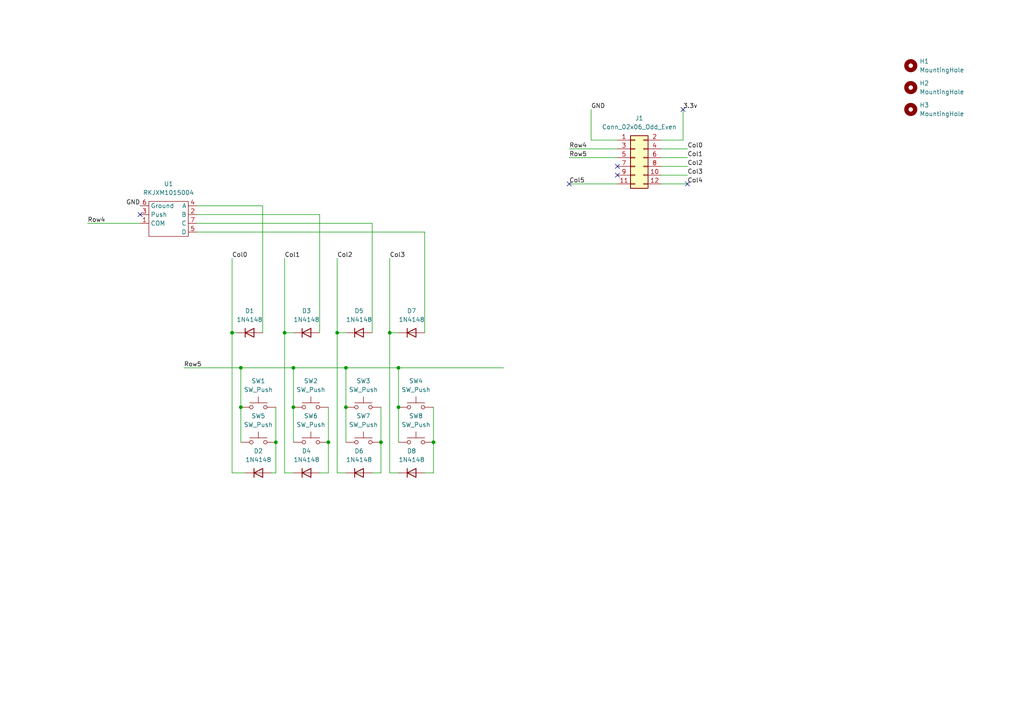
<source format=kicad_sch>
(kicad_sch (version 20211123) (generator eeschema)
  (paper "A4")
  (lib_symbols
    (symbol "1N4148_13" (pin_numbers hide) (pin_names hide)
      (property "Reference" "D" (at 0 2.54 0))
      (property "Value" "1N4148_13" (at 0 -2.54 0))
      (symbol "1N4148_13_0_1"
        (polyline (pts (xy -1.27 1.27) (xy -1.27 -1.27)) (stroke (width 0.254)))
        (polyline (pts (xy 1.27 0) (xy -1.27 0)))
        (polyline (pts (xy 1.27 1.27) (xy 1.27 -1.27) (xy -1.27 0) (xy 1.27 1.27)) (stroke (width 0.254)))
      )
      (symbol "1N4148_13_1_1"
        (pin passive line (at -3.81 0 0) (length 2.54) (name "K") (number "1"))
        (pin passive line (at 3.81 0 180) (length 2.54) (name "A") (number "2"))
      )
    )
    (symbol "1N4148_16" (pin_numbers hide) (pin_names hide)
      (property "Reference" "D" (at 0 2.54 0))
      (property "Value" "1N4148_16" (at 0 -2.54 0))
      (symbol "1N4148_16_0_1"
        (polyline (pts (xy -1.27 1.27) (xy -1.27 -1.27)) (stroke (width 0.254)))
        (polyline (pts (xy 1.27 0) (xy -1.27 0)))
        (polyline (pts (xy 1.27 1.27) (xy 1.27 -1.27) (xy -1.27 0) (xy 1.27 1.27)) (stroke (width 0.254)))
      )
      (symbol "1N4148_16_1_1"
        (pin passive line (at -3.81 0 0) (length 2.54) (name "K") (number "1"))
        (pin passive line (at 3.81 0 180) (length 2.54) (name "A") (number "2"))
      )
    )
    (symbol "1N4148_17" (pin_numbers hide) (pin_names hide)
      (property "Reference" "D" (at 0 2.54 0))
      (property "Value" "1N4148_17" (at 0 -2.54 0))
      (symbol "1N4148_17_0_1"
        (polyline (pts (xy -1.27 1.27) (xy -1.27 -1.27)) (stroke (width 0.254)))
        (polyline (pts (xy 1.27 0) (xy -1.27 0)))
        (polyline (pts (xy 1.27 1.27) (xy 1.27 -1.27) (xy -1.27 0) (xy 1.27 1.27)) (stroke (width 0.254)))
      )
      (symbol "1N4148_17_1_1"
        (pin passive line (at -3.81 0 0) (length 2.54) (name "K") (number "1"))
        (pin passive line (at 3.81 0 180) (length 2.54) (name "A") (number "2"))
      )
    )
    (symbol "1N4148_4" (pin_numbers hide) (pin_names hide)
      (property "Reference" "D" (at 0 2.54 0))
      (property "Value" "1N4148_4" (at 0 -2.54 0))
      (symbol "1N4148_4_0_1"
        (polyline (pts (xy -1.27 1.27) (xy -1.27 -1.27)) (stroke (width 0.254)))
        (polyline (pts (xy 1.27 0) (xy -1.27 0)))
        (polyline (pts (xy 1.27 1.27) (xy 1.27 -1.27) (xy -1.27 0) (xy 1.27 1.27)) (stroke (width 0.254)))
      )
      (symbol "1N4148_4_1_1"
        (pin passive line (at -3.81 0 0) (length 2.54) (name "K") (number "1"))
        (pin passive line (at 3.81 0 180) (length 2.54) (name "A") (number "2"))
      )
    )
    (symbol "1N4148_5" (pin_numbers hide) (pin_names hide)
      (property "Reference" "D" (at 0 2.54 0))
      (property "Value" "1N4148_5" (at 0 -2.54 0))
      (symbol "1N4148_5_0_1"
        (polyline (pts (xy -1.27 1.27) (xy -1.27 -1.27)) (stroke (width 0.254)))
        (polyline (pts (xy 1.27 0) (xy -1.27 0)))
        (polyline (pts (xy 1.27 1.27) (xy 1.27 -1.27) (xy -1.27 0) (xy 1.27 1.27)) (stroke (width 0.254)))
      )
      (symbol "1N4148_5_1_1"
        (pin passive line (at -3.81 0 0) (length 2.54) (name "K") (number "1"))
        (pin passive line (at 3.81 0 180) (length 2.54) (name "A") (number "2"))
      )
    )
    (symbol "Connector_Generic:Conn_02x06_Odd_Even" (pin_names (offset 1.016) hide)
      (property "Reference" "J" (at 1.27 7.62 0))
      (property "Value" "Conn_02x06_Odd_Even" (at 1.27 -10.16 0))
      (symbol "Conn_02x06_Odd_Even_1_1"
        (rectangle (start -1.27 -7.493) (end 0 -7.747) (stroke (width 0.1524)))
        (rectangle (start -1.27 -4.953) (end 0 -5.207) (stroke (width 0.1524)))
        (rectangle (start -1.27 -2.413) (end 0 -2.667) (stroke (width 0.1524)))
        (rectangle (start -1.27 0.127) (end 0 -0.127) (stroke (width 0.1524)))
        (rectangle (start -1.27 2.667) (end 0 2.413) (stroke (width 0.1524)))
        (rectangle (start -1.27 5.207) (end 0 4.953) (stroke (width 0.1524)))
        (rectangle (start -1.27 6.35) (end 3.81 -8.89) (stroke (width 0.254)) (fill (type background)))
        (rectangle (start 3.81 -7.493) (end 2.54 -7.747) (stroke (width 0.1524)))
        (rectangle (start 3.81 -4.953) (end 2.54 -5.207) (stroke (width 0.1524)))
        (rectangle (start 3.81 -2.413) (end 2.54 -2.667) (stroke (width 0.1524)))
        (rectangle (start 3.81 0.127) (end 2.54 -0.127) (stroke (width 0.1524)))
        (rectangle (start 3.81 2.667) (end 2.54 2.413) (stroke (width 0.1524)))
        (rectangle (start 3.81 5.207) (end 2.54 4.953) (stroke (width 0.1524)))
        (pin passive line (at -5.08 5.08 0) (length 3.81) (name "Pin_1") (number "1"))
        (pin passive line (at 7.62 -5.08 180) (length 3.81) (name "Pin_10") (number "10"))
        (pin passive line (at -5.08 -7.62 0) (length 3.81) (name "Pin_11") (number "11"))
        (pin passive line (at 7.62 -7.62 180) (length 3.81) (name "Pin_12") (number "12"))
        (pin passive line (at 7.62 5.08 180) (length 3.81) (name "Pin_2") (number "2"))
        (pin passive line (at -5.08 2.54 0) (length 3.81) (name "Pin_3") (number "3"))
        (pin passive line (at 7.62 2.54 180) (length 3.81) (name "Pin_4") (number "4"))
        (pin passive line (at -5.08 0 0) (length 3.81) (name "Pin_5") (number "5"))
        (pin passive line (at 7.62 0 180) (length 3.81) (name "Pin_6") (number "6"))
        (pin passive line (at -5.08 -2.54 0) (length 3.81) (name "Pin_7") (number "7"))
        (pin passive line (at 7.62 -2.54 180) (length 3.81) (name "Pin_8") (number "8"))
        (pin passive line (at -5.08 -5.08 0) (length 3.81) (name "Pin_9") (number "9"))
      )
    )
    (symbol "Mechanical:MountingHole" (pin_names (offset 1.016))
      (property "Reference" "H" (at 0 5.08 0))
      (property "Value" "MountingHole" (at 0 3.175 0))
      (symbol "MountingHole_0_1"
        (circle (center 0 0) (radius 1.27) (stroke (width 1.27)))
      )
    )
    (symbol "Switch:SW_Push" (pin_numbers hide) (pin_names (offset 1.016) hide)
      (property "Reference" "SW" (at 1.27 2.54 0))
      (property "Value" "SW_Push" (at 0 -1.524 0))
      (symbol "SW_Push_0_1"
        (circle (center -2.032 0) (radius 0.508))
        (polyline (pts (xy 0 1.27) (xy 0 3.048)))
        (polyline (pts (xy 2.54 1.27) (xy -2.54 1.27)))
        (circle (center 2.032 0) (radius 0.508))
        (pin passive line (at -5.08 0 0) (length 2.54) (name "1") (number "1"))
        (pin passive line (at 5.08 0 180) (length 2.54) (name "2") (number "2"))
      )
    )
    (symbol "thumb_pod:RKJXM1015004"
      (property "Reference" "U" (at 0 0 0))
      (property "Value" "RKJXM1015004" (at 0 -5.08 0))
      (symbol "RKJXM1015004_0_1"
        (rectangle (start -6.35 6.35) (end 5.08 -3.81))
      )
      (symbol "RKJXM1015004_1_1"
        (pin passive line (at -8.89 0 0) (length 2.54) (name "COM") (number "1"))
        (pin passive line (at 7.62 2.54 180) (length 2.54) (name "B") (number "2"))
        (pin passive line (at -8.89 2.54 0) (length 2.54) (name "Push") (number "3"))
        (pin passive line (at 7.62 5.08 180) (length 2.54) (name "A") (number "4"))
        (pin passive line (at 7.62 -2.54 180) (length 2.54) (name "D") (number "5"))
        (pin passive line (at -8.89 5.08 0) (length 2.54) (name "Ground") (number "6"))
        (pin passive line (at 7.62 0 180) (length 2.54) (name "C") (number "7"))
      )
    )
  )
  (junction (at 100.33 106.68))
  (junction (at 110.49 128.27))
  (junction (at 85.09 118.11))
  (junction (at 82.55 96.52))
  (junction (at 95.25 128.27))
  (junction (at 85.09 106.68))
  (junction (at 97.79 96.52))
  (junction (at 67.31 96.52))
  (junction (at 125.73 128.27))
  (junction (at 115.57 106.68))
  (junction (at 69.85 106.68))
  (junction (at 113.03 96.52))
  (junction (at 115.57 118.11))
  (junction (at 69.85 118.11))
  (junction (at 100.33 118.11))
  (junction (at 80.01 128.27))
  (no_connect (at 198.12 31.75))
  (no_connect (at 199.39 53.34))
  (no_connect (at 179.07 48.26))
  (no_connect (at 179.07 50.8))
  (no_connect (at 40.64 62.23))
  (no_connect (at 165.1 53.34))
  (wire (pts (xy 100.33 106.68) (xy 100.33 118.11)))
  (wire (pts (xy 191.77 53.34) (xy 199.39 53.34)))
  (wire (pts (xy 97.79 96.52) (xy 97.79 137.16)))
  (wire (pts (xy 110.49 128.27) (xy 110.49 137.16)))
  (wire (pts (xy 125.73 118.11) (xy 125.73 128.27)))
  (wire (pts (xy 115.57 106.68) (xy 115.57 118.11)))
  (wire (pts (xy 165.1 45.72) (xy 179.07 45.72)))
  (wire (pts (xy 115.57 118.11) (xy 115.57 128.27)))
  (wire (pts (xy 100.33 106.68) (xy 115.57 106.68)))
  (wire (pts (xy 97.79 96.52) (xy 100.33 96.52)))
  (wire (pts (xy 97.79 137.16) (xy 100.33 137.16)))
  (wire (pts (xy 92.71 137.16) (xy 95.25 137.16)))
  (wire (pts (xy 82.55 96.52) (xy 85.09 96.52)))
  (wire (pts (xy 191.77 50.8) (xy 199.39 50.8)))
  (wire (pts (xy 85.09 106.68) (xy 85.09 118.11)))
  (wire (pts (xy 92.71 62.23) (xy 92.71 96.52)))
  (wire (pts (xy 95.25 128.27) (xy 95.25 137.16)))
  (wire (pts (xy 113.03 96.52) (xy 113.03 137.16)))
  (wire (pts (xy 165.1 43.18) (xy 179.07 43.18)))
  (wire (pts (xy 67.31 74.93) (xy 67.31 96.52)))
  (wire (pts (xy 115.57 106.68) (xy 146.05 106.68)))
  (wire (pts (xy 57.15 64.77) (xy 107.95 64.77)))
  (wire (pts (xy 82.55 137.16) (xy 85.09 137.16)))
  (wire (pts (xy 125.73 128.27) (xy 125.73 137.16)))
  (wire (pts (xy 191.77 40.64) (xy 198.12 40.64)))
  (wire (pts (xy 69.85 106.68) (xy 85.09 106.68)))
  (wire (pts (xy 82.55 74.93) (xy 82.55 96.52)))
  (wire (pts (xy 113.03 96.52) (xy 115.57 96.52)))
  (wire (pts (xy 85.09 106.68) (xy 100.33 106.68)))
  (wire (pts (xy 113.03 137.16) (xy 115.57 137.16)))
  (wire (pts (xy 80.01 137.16) (xy 78.74 137.16)))
  (wire (pts (xy 110.49 137.16) (xy 107.95 137.16)))
  (wire (pts (xy 125.73 137.16) (xy 123.19 137.16)))
  (wire (pts (xy 25.4 64.77) (xy 40.64 64.77)))
  (wire (pts (xy 110.49 118.11) (xy 110.49 128.27)))
  (wire (pts (xy 80.01 128.27) (xy 80.01 137.16)))
  (wire (pts (xy 76.2 59.69) (xy 76.2 96.52)))
  (wire (pts (xy 97.79 74.93) (xy 97.79 96.52)))
  (wire (pts (xy 171.45 31.75) (xy 171.45 40.64)))
  (wire (pts (xy 69.85 106.68) (xy 69.85 118.11)))
  (wire (pts (xy 123.19 67.31) (xy 123.19 96.52)))
  (wire (pts (xy 57.15 67.31) (xy 123.19 67.31)))
  (wire (pts (xy 113.03 74.93) (xy 113.03 96.52)))
  (wire (pts (xy 191.77 45.72) (xy 199.39 45.72)))
  (wire (pts (xy 67.31 96.52) (xy 67.31 137.16)))
  (wire (pts (xy 165.1 53.34) (xy 179.07 53.34)))
  (wire (pts (xy 95.25 118.11) (xy 95.25 128.27)))
  (wire (pts (xy 100.33 118.11) (xy 100.33 128.27)))
  (wire (pts (xy 191.77 48.26) (xy 199.39 48.26)))
  (wire (pts (xy 57.15 62.23) (xy 92.71 62.23)))
  (wire (pts (xy 53.34 106.68) (xy 69.85 106.68)))
  (wire (pts (xy 191.77 43.18) (xy 199.39 43.18)))
  (wire (pts (xy 85.09 118.11) (xy 85.09 128.27)))
  (wire (pts (xy 82.55 96.52) (xy 82.55 137.16)))
  (wire (pts (xy 179.07 40.64) (xy 171.45 40.64)))
  (wire (pts (xy 80.01 118.11) (xy 80.01 128.27)))
  (wire (pts (xy 67.31 96.52) (xy 68.58 96.52)))
  (wire (pts (xy 69.85 118.11) (xy 69.85 128.27)))
  (wire (pts (xy 198.12 31.75) (xy 198.12 40.64)))
  (wire (pts (xy 57.15 59.69) (xy 76.2 59.69)))
  (wire (pts (xy 67.31 137.16) (xy 71.12 137.16)))
  (wire (pts (xy 107.95 64.77) (xy 107.95 96.52)))
  (label "Col1" (at 199.39 45.72 0))
  (label "GND" (at 171.45 31.75 0))
  (label "Col3" (at 199.39 50.8 0))
  (label "Col0" (at 199.39 43.18 0))
  (label "Col2" (at 199.39 48.26 0))
  (label "3.3v" (at 198.12 31.75 0))
  (label "Row5" (at 165.1 45.72 0))
  (label "Col1" (at 82.55 74.93 0))
  (label "Col3" (at 113.03 74.93 0))
  (label "GND" (at 40.64 59.69 180))
  (label "Col0" (at 67.31 74.93 0))
  (label "Col2" (at 97.79 74.93 0))
  (label "Row4" (at 165.1 43.18 0))
  (label "Col4" (at 199.39 53.34 0))
  (label "Row4" (at 25.4 64.77 0))
  (label "Col5" (at 165.1 53.34 0))
  (label "Row5" (at 53.34 106.68 0))
  (symbol (lib_id "Switch:SW_Push") (at 74.93 118.11 0) (unit 1)
    (property "Reference" "SW1" (at 74.93 110.49 0))
    (property "Value" "SW_Push" (at 74.93 113.03 0))
    (property "Footprint" "keypad:MXOnly-1U-Hotswap" (effects hide))
  )
  (symbol (lib_id "Switch:SW_Push") (at 90.17 118.11 0) (unit 1)
    (property "Reference" "SW2" (at 90.17 110.49 0))
    (property "Value" "SW_Push" (at 90.17 113.03 0))
    (property "Footprint" "keypad:MXOnly-1U-Hotswap" (effects hide))
  )
  (symbol (lib_id "Connector_Generic:Conn_02x06_Odd_Even") (at 184.15 45.72 0) (unit 1)
    (property "Reference" "J1" (at 185.42 34.29 0))
    (property "Value" "Conn_02x06_Odd_Even" (at 185.42 36.83 0))
    (property "Footprint" "keypad:PinHeader_2x06_P2.54mm_Horizontal" (effects hide))
  )
  (symbol (lib_name "1N4148_16") (lib_id "Diode:1N4148") (at 119.38 96.52 0) (unit 1)
    (property "Reference" "D7" (at 119.38 90.17 0))
    (property "Value" "1N4148" (at 119.38 92.71 0))
    (property "Footprint" "Diode_THT:D_DO-35_SOD27_P7.62mm_Horizontal" (effects hide))
    (property "Datasheet" "https://assets.nexperia.com/documents/data-sheet/1N4148_1N4448.pdf" (effects hide))
  )
  (symbol (lib_name "1N4148_16") (lib_id "Diode:1N4148") (at 88.9 96.52 0) (unit 1)
    (property "Reference" "D3" (at 88.9 90.17 0))
    (property "Value" "1N4148" (at 88.9 92.71 0))
    (property "Footprint" "Diode_THT:D_DO-35_SOD27_P7.62mm_Horizontal" (effects hide))
    (property "Datasheet" "https://assets.nexperia.com/documents/data-sheet/1N4148_1N4448.pdf" (effects hide))
  )
  (symbol (lib_name "1N4148_16") (lib_id "Diode:1N4148") (at 72.39 96.52 0) (unit 1)
    (property "Reference" "D1" (at 72.39 90.17 0))
    (property "Value" "1N4148" (at 72.39 92.71 0))
    (property "Footprint" "Diode_THT:D_DO-35_SOD27_P7.62mm_Horizontal" (effects hide))
    (property "Datasheet" "https://assets.nexperia.com/documents/data-sheet/1N4148_1N4448.pdf" (effects hide))
  )
  (symbol (lib_id "Switch:SW_Push") (at 74.93 128.27 0) (unit 1) (in_bom no)
    (property "Reference" "SW5" (at 74.93 120.65 0))
    (property "Value" "SW_Push" (at 74.93 123.19 0))
    (property "Footprint" "keypad:MXOnly-1U-Hotswap" (effects hide))
  )
  (symbol (lib_id "Switch:SW_Push") (at 120.65 118.11 0) (unit 1)
    (property "Reference" "SW4" (at 120.65 110.49 0))
    (property "Value" "SW_Push" (at 120.65 113.03 0))
    (property "Footprint" "keypad:MXOnly-1U-Hotswap" (effects hide))
  )
  (symbol (lib_id "Switch:SW_Push") (at 105.41 118.11 0) (unit 1)
    (property "Reference" "SW3" (at 105.41 110.49 0))
    (property "Value" "SW_Push" (at 105.41 113.03 0))
    (property "Footprint" "keypad:MXOnly-1U-Hotswap" (effects hide))
  )
  (symbol (lib_name "1N4148_4") (lib_id "Diode:1N4148") (at 119.38 137.16 0) (unit 1)
    (property "Reference" "D8" (at 119.38 130.81 0))
    (property "Value" "1N4148" (at 119.38 133.35 0))
    (property "Footprint" "Diode_THT:D_DO-35_SOD27_P7.62mm_Horizontal" (effects hide))
    (property "Datasheet" "https://assets.nexperia.com/documents/data-sheet/1N4148_1N4448.pdf" (effects hide))
  )
  (symbol (lib_id "Mechanical:MountingHole") (at 264.16 31.75 0) (unit 1)
    (property "Reference" "H3" (at 266.7 30.4799 0) (effects (justify left)))
    (property "Value" "MountingHole" (at 266.7 33.0199 0) (effects (justify left)))
    (property "Footprint" "MountingHole:MountingHole_3.2mm_M3" (effects hide))
  )
  (symbol (lib_name "1N4148_16") (lib_id "Diode:1N4148") (at 104.14 96.52 0) (unit 1)
    (property "Reference" "D5" (at 104.14 90.17 0))
    (property "Value" "1N4148" (at 104.14 92.71 0))
    (property "Footprint" "Diode_THT:D_DO-35_SOD27_P7.62mm_Horizontal" (effects hide))
    (property "Datasheet" "https://assets.nexperia.com/documents/data-sheet/1N4148_1N4448.pdf" (effects hide))
  )
  (symbol (lib_id "Switch:SW_Push") (at 120.65 128.27 0) (unit 1) (in_bom no)
    (property "Reference" "SW8" (at 120.65 120.65 0))
    (property "Value" "SW_Push" (at 120.65 123.19 0))
    (property "Footprint" "keypad:MXOnly-1U-Hotswap" (effects hide))
  )
  (symbol (lib_name "1N4148_17") (lib_id "Diode:1N4148") (at 74.93 137.16 0) (unit 1)
    (property "Reference" "D2" (at 74.93 130.81 0))
    (property "Value" "1N4148" (at 74.93 133.35 0))
    (property "Footprint" "Diode_THT:D_DO-35_SOD27_P7.62mm_Horizontal" (effects hide))
    (property "Datasheet" "https://assets.nexperia.com/documents/data-sheet/1N4148_1N4448.pdf" (effects hide))
  )
  (symbol (lib_name "1N4148_5") (lib_id "Diode:1N4148") (at 104.14 137.16 0) (unit 1)
    (property "Reference" "D6" (at 104.14 130.81 0))
    (property "Value" "1N4148" (at 104.14 133.35 0))
    (property "Footprint" "Diode_THT:D_DO-35_SOD27_P7.62mm_Horizontal" (effects hide))
    (property "Datasheet" "https://assets.nexperia.com/documents/data-sheet/1N4148_1N4448.pdf" (effects hide))
  )
  (symbol (lib_id "Mechanical:MountingHole") (at 264.16 25.4 0) (unit 1)
    (property "Reference" "H2" (at 266.7 24.1299 0) (effects (justify left)))
    (property "Value" "MountingHole" (at 266.7 26.6699 0) (effects (justify left)))
    (property "Footprint" "MountingHole:MountingHole_3.2mm_M3" (effects hide))
  )
  (symbol (lib_id "Switch:SW_Push") (at 105.41 128.27 0) (unit 1) (in_bom no)
    (property "Reference" "SW7" (at 105.41 120.65 0))
    (property "Value" "SW_Push" (at 105.41 123.19 0))
    (property "Footprint" "keypad:MXOnly-1U-Hotswap" (effects hide))
  )
  (symbol (lib_name "1N4148_13") (lib_id "Diode:1N4148") (at 88.9 137.16 0) (unit 1)
    (property "Reference" "D4" (at 88.9 130.81 0))
    (property "Value" "1N4148" (at 88.9 133.35 0))
    (property "Footprint" "Diode_THT:D_DO-35_SOD27_P7.62mm_Horizontal" (effects hide))
    (property "Datasheet" "https://assets.nexperia.com/documents/data-sheet/1N4148_1N4448.pdf" (effects hide))
  )
  (symbol (lib_id "thumb_pod:RKJXM1015004") (at 49.53 64.77 0) (unit 1)
    (property "Reference" "U1" (at 48.895 53.34 0))
    (property "Value" "RKJXM1015004" (at 48.895 55.88 0))
    (property "Footprint" "thumb_pod:RKJXM1015004" (effects hide))
  )
  (symbol (lib_id "Switch:SW_Push") (at 90.17 128.27 0) (unit 1) (in_bom no)
    (property "Reference" "SW6" (at 90.17 120.65 0))
    (property "Value" "SW_Push" (at 90.17 123.19 0))
    (property "Footprint" "keypad:MXOnly-1U-Hotswap" (effects hide))
  )
  (symbol (lib_id "Mechanical:MountingHole") (at 264.16 19.05 0) (unit 1)
    (property "Reference" "H1" (at 266.7 17.7799 0) (effects (justify left)))
    (property "Value" "MountingHole" (at 266.7 20.3199 0) (effects (justify left)))
    (property "Footprint" "MountingHole:MountingHole_3.2mm_M3" (effects hide))
  )
)
</source>
